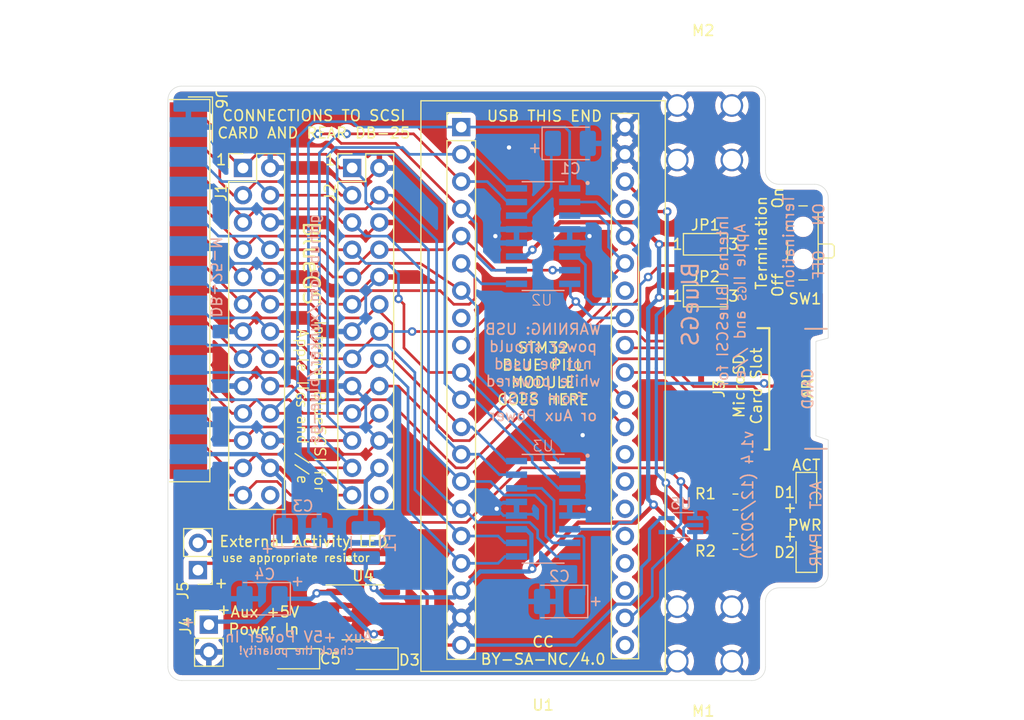
<source format=kicad_pcb>
(kicad_pcb (version 20211014) (generator pcbnew)
  (layers (0 "F.Cu" signal) (31 "B.Cu" signal) (34 "B.Paste" user) (35 "F.Paste" user) (36 "B.SilkS" user "B.Silkscreen") (37 "F.SilkS" user "F.Silkscreen") (38 "B.Mask" user) (39 "F.Mask" user) (44 "Edge.Cuts" user))
  (net 0 "")
  (net 12 "+5V")
  (net 13 "GND")
  (net 14 "/SCSI_DB4")
  (net 15 "/SCSI_DB2")
  (net 16 "/SCSI_DB1")
  (net 17 "/SCSI_DBP")
  (net 18 "/SCSI_SEL")
  (net 19 "/SCSI_ATN")
  (net 20 "/SCSI_C_D")
  (net 21 "/SCSI_DB7")
  (net 22 "/SCSI_DB6")
  (net 23 "/SCSI_DB5")
  (net 24 "/SCSI_DB3")
  (net 25 "/SCSI_DB0")
  (net 26 "/SCSI_BSY")
  (net 27 "/SCSI_ACK")
  (net 28 "/SCSI_RST")
  (net 29 "/SCSI_I_O")
  (net 30 "/SCSI_MSG")
  (net 31 "/SCSI_REQ")
  (net 32 "/SD_MISO")
  (net 33 "/SD_CSK")
  (net 34 "+3V3")
  (net 35 "/SD_MOSI")
  (net 36 "/SD_CS")
  (net 39 "Net-(D2-Pad2)")
  (net 40 "Net-(C1-Pad1)")
  (net 41 "Net-(C2-Pad1)")
  (net 42 "/TERM_DISC")
  (net 43 "Net-(D1-Pad1)")
  (net 44 "/DEBUG_RX")
  (net 45 "/DEBUG_TX")
  (net 46 "/+5V_AUX")
  (net 47 "Net-(C5-Pad1)")
  (net 48 "/TERM_EN")
  (net 49 "/TERM_DIS")
  (net 50 "/DISK_ACT")
  (net 51 "/SCSI_TERMPWR")
  (net 52 "Net-(D1-Pad2)")
  (footprint "my library:YAAJ_BluePill_2" (layer "F.Cu") (at 152.4 50.8)
    (fp_text reference "U1")
    (fp_text value "YAAJ_BluePill" hide)
  )
  (footprint "Button_Switch_SMD:SW_SPDT_PCM12" (layer "F.Cu") (at 183.896 61.595 90)
    (fp_text reference "SW1")
    (fp_text value "SW_SPDT")
  )
  (footprint "Resistor_SMD:R_0805_2012Metric_Pad1.20x1.40mm_HandSolder" (layer "F.Cu") (at 177.927 89.408 180)
    (fp_text reference "R2")
    (fp_text value "1K")
  )
  (footprint "LED_SMD:LED_0805_2012Metric_Pad1.15x1.40mm_HandSolder" (layer "F.Cu") (at 184.531 84.836 -90)
    (fp_text reference "D1")
    (fp_text value "LED")
  )
  (footprint "Jumper:SolderJumper-3_P1.3mm_Open_Pad1.0x1.5mm_NumberLabels" (layer "F.Cu") (at 175.133 66.548)
    (fp_text reference "JP2")
    (fp_text value "Jumper_3_Open")
  )
  (footprint "Jumper:SolderJumper-3_P1.3mm_Open_Pad1.0x1.5mm_NumberLabels" (layer "F.Cu") (at 175.133 61.722)
    (fp_text reference "JP1")
    (fp_text value "Jumper_3_Open")
  )
  (footprint "Resistor_SMD:R_0805_2012Metric_Pad1.20x1.40mm_HandSolder" (layer "F.Cu") (at 177.927 85.725)
    (fp_text reference "R1")
    (fp_text value "100")
  )
  (footprint "Connector_PinHeader_2.54mm:PinHeader_2x13_P2.54mm_Vertical" (layer "F.Cu") (at 132.08 54.61)
    (fp_text reference "J1")
    (fp_text value "Conn_02x13_Odd_Even")
  )
  (footprint "Connector_PinHeader_2.54mm:PinHeader_2x13_P2.54mm_Vertical" (layer "F.Cu") (at 142.24 54.61)
    (fp_text reference "J2")
    (fp_text value "Conn_02x13_Odd_Even")
  )
  (footprint "Connector_PinHeader_2.54mm:PinHeader_1x02_P2.54mm_Vertical" (layer "F.Cu") (at 128.905 97.155)
    (fp_text reference "J4")
    (fp_text value "Conn_01x02_Male")
  )
  (footprint "Connector_PinHeader_2.54mm:PinHeader_1x02_P2.54mm_Vertical" (layer "F.Cu") (at 127.889 92.075 180)
    (fp_text reference "J5")
    (fp_text value "Conn_01x02_Male")
  )
  (footprint "my library:keystone-7774" (layer "F.Cu") (at 180.771 100.561 180)
    (fp_text reference "M1")
    (fp_text value "Screw_Terminal_01x01")
  )
  (footprint "my library:keystone-7774" (layer "F.Cu") (at 180.771 53.871 180)
    (fp_text reference "M2")
    (fp_text value "Screw_Terminal_01x01")
  )
  (footprint "LED_SMD:LED_0805_2012Metric_Pad1.15x1.40mm_HandSolder" (layer "F.Cu") (at 184.531 90.424 90)
    (fp_text reference "D2")
    (fp_text value "LED")
  )
  (footprint "Molex 105162-0001:105162-0001" (layer "F.Cu") (at 174.625 75.184 90)
    (fp_text reference "J3")
    (fp_text value "105162-0001")
  )
  (footprint "Connector_Dsub:DSUB-25_Male_EdgeMount_P2.77mm" (layer "F.Cu") (at 127 66.04 -90)
    (fp_text reference "J6")
    (fp_text value "DB25_Male")
  )
  (footprint "Diode_SMD:D_SOD-123" (layer "F.Cu") (at 144.272 100.33 180)
    (fp_text reference "D3")
    (fp_text value "Zener 5.6v")
  )
  (footprint "Capacitor_Tantalum_SMD:CP_EIA-3216-10_Kemet-I" (layer "F.Cu") (at 136.906 100.33 180)
    (fp_text reference "C5")
    (fp_text value "0.1uF")
  )
  (footprint "Package_SO:SOIC-8_3.9x4.9mm_P1.27mm" (layer "F.Cu") (at 143.256 96.012)
    (fp_text reference "U4")
    (fp_text value "UCC3916")
  )
  (footprint "Capacitor_Tantalum_SMD:CP_EIA-3528-21_Kemet-B_Pad1.50x2.35mm_HandSolder" (layer "B.Cu") (at 162.56 52.324)
    (fp_text reference "C1")
    (fp_text value "2.2uF, 6.3v")
  )
  (footprint "my library:SOIC127P600X175-16N" (layer "B.Cu") (at 160.02 86.36 180)
    (fp_text reference "U3")
    (fp_text value "UC560x, UCC56xx")
  )
  (footprint "Capacitor_Tantalum_SMD:CP_EIA-3528-21_Kemet-B_Pad1.50x2.35mm_HandSolder" (layer "B.Cu") (at 137.567 88.392)
    (fp_text reference "C3")
    (fp_text value "4.7uF, 6.3v")
  )
  (footprint "Capacitor_Tantalum_SMD:CP_EIA-3528-21_Kemet-B_Pad1.50x2.35mm_HandSolder" (layer "B.Cu") (at 161.544 94.996 180)
    (fp_text reference "C2")
    (fp_text value "2.2uF, 6.3v")
  )
  (footprint "my library:SOIC127P600X175-16N" (layer "B.Cu") (at 160.02 60.96 180)
    (fp_text reference "U2")
    (fp_text value "UC560x, UCC56xx")
  )
  (footprint "Fuse:Fuse_1210_3225Metric" (layer "B.Cu") (at 143.51 89.535 90)
    (fp_text reference "F1")
    (fp_text value "Fuse")
  )
  (footprint "Package_TO_SOT_SMD:SOT-353_SC-70-5_Handsoldering" (layer "B.Cu") (at 172.847 87.884 180)
    (fp_text reference "U5")
    (fp_text value "NL17SZ07DFT2G")
  )
  (footprint "Capacitor_Tantalum_SMD:CP_EIA-3528-21_Kemet-B_Pad1.50x2.35mm_HandSolder" (layer "B.Cu") (at 133.858 94.742 180)
    (fp_text reference "C4")
    (fp_text value "1uF")
  )
  (gr_line (start 184.404 69.596) (end 186.436 69.596) (layer "B.SilkS") (width 0.15))
  (gr_line (start 184.404 80.772) (end 186.436 80.772) (layer "B.SilkS") (width 0.15))
  (gr_line (start 184.404 80.772) (end 186.436 80.772) (layer "F.SilkS") (width 0.15))
  (gr_line (start 184.404 69.596) (end 186.436 69.596) (layer "F.SilkS") (width 0.15))
  (gr_line (start 186.563 79.9465) (end 186.563 92.456) (layer "Edge.Cuts") (width 0.05))
  (gr_line (start 125.095 101.092) (end 125.095 48.26) (layer "Edge.Cuts") (width 0.05))
  (gr_line (start 181.991 56.134) (end 185.293 56.134) (layer "Edge.Cuts") (width 0.05))
  (gr_line (start 180.721 94.996) (end 180.721 101.092) (layer "Edge.Cuts") (width 0.05))
  (gr_arc (start 185.293 56.134) (mid 186.191026 56.505974) (end 186.563 57.404) (layer "Edge.Cuts") (width 0.05))
  (gr_arc (start 186.563 92.456) (mid 186.191026 93.354026) (end 185.293 93.726) (layer "Edge.Cuts") (width 0.05))
  (gr_arc (start 181.991 56.134) (mid 181.092974 55.762026) (end 180.721 54.864) (layer "Edge.Cuts") (width 0.05))
  (gr_line (start 180.721 48.26) (end 180.721 54.864) (layer "Edge.Cuts") (width 0.05))
  (gr_arc (start 180.721 94.996) (mid 181.092974 94.097974) (end 181.991 93.726) (layer "Edge.Cuts") (width 0.05))
  (gr_line (start 181.991 93.726) (end 185.293 93.726) (layer "Edge.Cuts") (width 0.05))
  (gr_line (start 126.365 46.99) (end 179.451 46.99) (layer "Edge.Cuts") (width 0.05))
  (gr_line (start 179.451 102.362) (end 126.365 102.362) (layer "Edge.Cuts") (width 0.05))
  (gr_arc (start 126.365 102.362) (mid 125.466974 101.990026) (end 125.095 101.092) (layer "Edge.Cuts") (width 0.05))
  (gr_line (start 185.42 70.7644) (end 185.42 79.5655) (layer "Edge.Cuts") (width 0.05))
  (gr_arc (start 180.721 101.092) (mid 180.349026 101.990026) (end 179.451 102.362) (layer "Edge.Cuts") (width 0.05))
  (gr_arc (start 125.095 48.26) (mid 125.466974 47.361974) (end 126.365 46.99) (layer "Edge.Cuts") (width 0.05))
  (gr_line (start 186.563 57.404) (end 186.563 70.4596) (layer "Edge.Cuts") (width 0.05))
  (gr_line (start 185.42 70.7644) (end 186.563 70.4596) (layer "Edge.Cuts") (width 0.05))
  (gr_arc (start 179.451 46.99) (mid 180.349026 47.361974) (end 180.721 48.26) (layer "Edge.Cuts") (width 0.05))
  (gr_line (start 186.563 79.9465) (end 185.42 79.5655) (layer "Edge.Cuts") (width 0.05))
  (gr_text "ACT" (at 185.42 85.09 90) (layer "B.SilkS") (effects (font (size 1 1)) (justify mirror)))
  (gr_text "PWR" (at 185.42 90.17 90) (layer "B.SilkS") (effects (font (size 1 1)) (justify mirror)))
  (gr_text "ON   OFF" (at 185.674 61.468 90) (layer "B.SilkS") (effects (font (size 1 1)) (justify mirror)))
  (gr_text "github.com/xunker/blue-gs" (at 138.684 69.596 90) (layer "B.SilkS") (effects (font (size 1 1)) (justify mirror)))
  (gr_text "Internal BlueSCSI for\nApple II   and //e" (at 177.546 67.056 90) (layer "B.SilkS") (effects (font (size 1 1)) (justify mirror)))
  (gr_text "+" (at 134.366 90.17 -180) (layer "B.SilkS") (effects (font (size 1 1)) (justify mirror)))
  (gr_text "CARD" (at 184.658 75.184 90) (layer "B.SilkS") (effects (font (size 1 1)) (justify mirror)))
  (gr_text "Termination" (at 182.88 61.468 90) (layer "B.SilkS") (effects (font (size 1 1)) (justify mirror)))
  (gr_text "+" (at 137.16 93.218 -180) (layer "B.SilkS") (effects (font (size 1 1)) (justify mirror)))
  (gr_text "BlueGS" (at 173.736 67.31 90) (layer "B.SilkS") (effects (font (size 1.5 1.5) (thickness 0.2)) (justify mirror)))
  (gr_text "check the polarity!" (at 142.494 99.568) (layer "B.SilkS") (effects (font (size 0.75 0.75) (thickness 0.125)) (justify left mirror)))
  (gr_text "Aux +5V Power In" (at 130.302 98.298) (layer "B.SilkS") (effects (font (size 1 1)) (justify right mirror)))
  (gr_text "DB-25-M" (at 129.54 64.77 270) (layer "B.SilkS") (effects (font (size 1 1)) (justify mirror)))
  (gr_text "+" (at 159.258 52.705) (layer "B.SilkS") (effects (font (size 1 1)) (justify mirror)))
  (gr_text "+" (at 164.846 94.996 90) (layer "B.SilkS") (effects (font (size 1 1)) (justify mirror)))
  (gr_text "+" (at 127 97.028 -180) (layer "B.SilkS") (effects (font (size 1 1)) (justify mirror)))
  (gr_text "GS" (at 178.562 66.294 -270) (layer "B.SilkS") (effects (font (size 0.75 0.75) (thickness 0.125)) (justify mirror)))
  (gr_text "WARNING: USB\npower should\nnot be used\nwhile powered\nfrom SCSI\nor Aux Power" (at 160.02 73.66) (layer "B.SilkS") (effects (font (size 1 1)) (justify mirror)))
  (gr_text "v1.4 (12/2022)" (at 179.07 85.09 90) (layer "B.SilkS") (effects (font (size 1 1)) (justify mirror)))
  (gr_text "Aux +5V\nPower In" (at 137.414 96.774) (layer "F.SilkS") (effects (font (size 1 1)) (justify right)))
  (gr_text "BlueGS" (at 138.43 63.5 270) (layer "F.SilkS") (effects (font (size 1.5 1.5) (thickness 0.2))))
  (gr_text "+" (at 130.048 93.405 180) (layer "F.SilkS") (effects (font (size 1 1))))
  (gr_text "Internal BlueSCSI for\nApple II   and //e\n" (at 138.43 76.835 270) (layer "F.SilkS") (effects (font (size 1 1) (thickness 0.125))))
  (gr_text "PWR" (at 186.055 87.884) (layer "F.SilkS") (effects (font (size 1 1)) (justify right)))
  (gr_text "External Activity LED" (at 129.794 89.408) (layer "F.SilkS") (effects (font (size 1 1)) (justify left)))
  (gr_text "+" (at 183.007 88.9) (layer "F.SilkS") (effects (font (size 1 1))))
  (gr_text "MicroSD\nCard Slot" (at 179.07 74.93 90) (layer "F.SilkS") (effects (font (size 1 1))))
  (gr_text "CARD" (at 184.658 75.184 90) (layer "F.SilkS") (effects (font (size 1 1))))
  (gr_text "CONNECTIONS TO SCSI\nCARD AND REAR DB-25" (at 138.684 50.546) (layer "F.SilkS") (effects (font (size 1 1))))
  (gr_text "On" (at 181.864 57.404 90) (layer "F.SilkS") (effects (font (size 1 1))))
  (gr_text "Termination" (at 180.34 61.595 90) (layer "F.SilkS") (effects (font (size 1 1))))
  (gr_text "STM32\nBLUE PILL\nMODULE\nGOES HERE" (at 160.02 73.787) (layer "F.SilkS") (effects (font (size 1 1))))
  (gr_text "USB THIS END" (at 160.147 49.784) (layer "F.SilkS") (effects (font (size 1 1))))
  (gr_text "CC\nBY-SA-NC/4.0" (at 160.02 99.568) (layer "F.SilkS") (effects (font (size 1 1))))
  (gr_text "use appropriate resistor" (at 130.048 90.932) (layer "F.SilkS") (effects (font (size 0.75 0.75) (thickness 0.125)) (justify left)))
  (gr_text "+" (at 130.302 95.885 180) (layer "F.SilkS") (effects (font (size 1 1))))
  (gr_text "+" (at 183.007 86.233) (layer "F.SilkS") (effects (font (size 1 1))))
  (gr_text "1" (at 130.048 53.848) (layer "F.SilkS") (effects (font (size 1 1))))
  (gr_text "GS" (at 137.414 76.2 270) (layer "F.SilkS") (effects (font (size 0.75 0.75) (thickness 0.125))))
  (gr_text "ACT" (at 185.928 82.296) (layer "F.SilkS") (effects (font (size 1 1)) (justify right)))
  (gr_text "1" (at 140.208 53.848) (layer "F.SilkS") (effects (font (size 1 1))))
  (gr_text "Off" (at 181.864 65.532 90) (layer "F.SilkS") (effects (font (size 1 1))))
  (segment (start 173.736 89.408) (end 170.307 85.979) (width 0.4) (layer "F.Cu") (net 12))
  (segment (start 159.02532 62.233641) (end 161.58796 59.671001) (width 0.4) (layer "F.Cu") (net 12))
  (segment (start 163.301511 87.650489) (end 168.635511 87.650489) (width 0.4) (layer "F.Cu") (net 12))
  (segment (start 159.004 91.948) (end 163.301511 87.650489) (width 0.4) (layer "F.Cu") (net 12))
  (segment (start 144.653 94.107) (end 145.731 94.107) (width 0.4) (layer "F.Cu") (net 12))
  (segment (start 176.927 89.408) (end 173.736 89.408) (width 0.4) (layer "F.Cu") (net 12))
  (segment (start 161.58796 59.671001) (end 168.764001 59.671001) (width 0.4) (layer "F.Cu") (net 12))
  (segment (start 168.764001 59.671001) (end 170.815 61.722) (width 0.4) (layer "F.Cu") (net 12))
  (segment (start 144.272 93.726) (end 144.653 94.107) (width 0.4) (layer "F.Cu") (net 12))
  (segment (start 168.635511 87.650489) (end 170.307 85.979) (width 0.4) (layer "F.Cu") (net 12))
  (segment (start 173.579 66.675) (end 170.814998 66.675) (width 0.4) (layer "F.Cu") (net 12))
  (segment (start 173.833 61.722) (end 170.815 61.722) (width 0.4) (layer "F.Cu") (net 12))
  (segment (start 173.833 66.421) (end 173.579 66.675) (width 0.4) (layer "F.Cu") (net 12))
  (via (at 144.272 93.726) (size 0.8) (drill 0.4) (layers "F.Cu" "B.Cu") (net 12))
  (via (at 170.815 61.722) (size 0.8) (drill 0.4) (layers "F.Cu" "B.Cu") (net 12))
  (via (at 170.307 85.979) (size 0.8) (drill 0.4) (layers "F.Cu" "B.Cu") (net 12))
  (via (at 159.02532 62.233641) (size 0.8) (drill 0.4) (layers "F.Cu" "B.Cu") (net 12))
  (via (at 159.004 91.948) (size 0.8) (drill 0.4) (layers "F.Cu" "B.Cu") (net 12))
  (via (at 170.814998 66.675) (size 0.8) (drill 0.4) (layers "F.Cu" "B.Cu") (net 12))
  (segment (start 158.4265 88.265) (end 157.545 88.265) (width 0.4) (layer "B.Cu") (net 12))
  (segment (start 159.004 91.948) (end 158.929511 91.873511) (width 0.4) (layer "B.Cu") (net 12))
  (segment (start 157.545 62.865) (end 158.393961 62.865) (width 0.4) (layer "B.Cu") (net 12))
  (segment (start 154.178 92.202) (end 152.4 93.98) (width 0.4) (layer "B.Cu") (net 12))
  (segment (start 144.272 93.726) (end 145.161 94.615) (width 0.4) (layer "B.Cu") (net 12))
  (segment (start 151.765 94.615) (end 152.4 93.98) (width 0.4) (layer "B.Cu") (net 12))
  (segment (start 143.51 92.964) (end 143.51 90.935) (width 0.4) (layer "B.Cu") (net 12))
  (segment (start 144.272 93.726) (end 143.51 92.964) (width 0.4) (layer "B.Cu") (net 12))
  (segment (start 169.799 85.471) (end 170.307 85.979) (width 0.4) (layer "B.Cu") (net 12))
  (segment (start 158.393961 62.865) (end 159.02532 62.233641) (width 0.4) (layer "B.Cu") (net 12))
  (segment (start 158.929511 88.768011) (end 158.4265 88.265) (width 0.4) (layer "B.Cu") (net 12))
  (segment (start 170.814998 61.722002) (end 170.815 61.722) (width 0.4) (layer "B.Cu") (net 12))
  (segment (start 158.929511 91.873511) (end 158.929511 88.768011) (width 0.4) (layer "B.Cu") (net 12))
  (segment (start 158.75 92.202) (end 154.178 92.202) (width 0.4) (layer "B.Cu") (net 12))
  (segment (start 145.161 94.615) (end 151.765 94.615) (width 0.4) (layer "B.Cu") (net 12))
  (segment (start 169.799 67.690998) (end 169.799 85.471) (width 0.4) (layer "B.Cu") (net 12))
  (segment (start 170.814998 66.675) (end 170.814998 61.722002) (width 0.4) (layer "B.Cu") (net 12))
  (segment (start 170.814998 66.675) (end 169.799 67.690998) (width 0.4) (layer "B.Cu") (net 12))
  (segment (start 159.004 91.948) (end 158.75 92.202) (width 0.4) (layer "B.Cu") (net 12))
  (segment (start 134.62 64.77) (end 138.938 64.77) (width 0.25) (layer "F.Cu") (net 13))
  (segment (start 143.002 66.04) (end 144.272 64.77) (width 0.25) (layer "F.Cu") (net 13))
  (segment (start 138.938 64.77) (end 140.208 66.04) (width 0.25) (layer "F.Cu") (net 13))
  (segment (start 140.208 66.04) (end 143.002 66.04) (width 0.25) (layer "F.Cu") (net 13))
  (segment (start 144.272 64.77) (end 144.78 64.77) (width 0.25) (layer "F.Cu") (net 13))
  (segment (start 134.62 54.61) (end 139.954 54.61) (width 0.25) (layer "F.Cu") (net 13))
  (segment (start 139.954 54.61) (end 141.224 55.88) (width 0.25) (layer "F.Cu") (net 13))
  (segment (start 141.224 55.88) (end 143.51 55.88) (width 0.25) (layer "F.Cu") (net 13))
  (segment (start 143.51 55.88) (end 144.78 54.61) (width 0.25) (layer "F.Cu") (net 13))
  (segment (start 132.08 69.85) (end 133.35 68.58) (width 0.25) (layer "F.Cu") (net 13))
  (segment (start 138.176 68.58) (end 139.446 69.85) (width 0.25) (layer "F.Cu") (net 13))
  (segment (start 133.35 68.58) (end 138.176 68.58) (width 0.25) (layer "F.Cu") (net 13))
  (segment (start 139.446 69.85) (end 142.24 69.85) (width 0.25) (layer "F.Cu") (net 13))
  (segment (start 142.24 74.93) (end 138.176 74.93) (width 0.25) (layer "F.Cu") (net 13))
  (segment (start 138.176 74.93) (end 136.906 73.66) (width 0.25) (layer "F.Cu") (net 13))
  (segment (start 136.906 73.66) (end 133.35 73.66) (width 0.25) (layer "F.Cu") (net 13))
  (segment (start 133.35 73.66) (end 132.08 74.93) (width 0.25) (layer "F.Cu") (net 13))
  (segment (start 134.62 80.01) (end 135.636 80.01) (width 0.25) (layer "F.Cu") (net 13))
  (segment (start 135.636 80.01) (end 136.906 81.28) (width 0.25) (layer "F.Cu") (net 13))
  (segment (start 136.906 81.28) (end 143.51 81.28) (width 0.25) (layer "F.Cu") (net 13))
  (segment (start 143.51 81.28) (end 144.78 80.01) (width 0.25) (layer "F.Cu") (net 13))
  (segment (start 134.62 59.69) (end 139.954 59.69) (width 0.25) (layer "F.Cu") (net 13))
  (segment (start 141.224 60.96) (end 143.51 60.96) (width 0.25) (layer "F.Cu") (net 13))
  (segment (start 139.954 59.69) (end 141.224 60.96) (width 0.25) (layer "F.Cu") (net 13))
  (segment (start 143.51 60.96) (end 144.78 59.69) (width 0.25) (layer "F.Cu") (net 13))
  (segment (start 131.445 69.85) (end 130.175 68.58) (width 0.25) (layer "F.Cu") (net 13))
  (segment (start 130.175 68.58) (end 130.175 67.31) (width 0.25) (layer "F.Cu") (net 13))
  (segment (start 130.175 67.31) (end 128.905 66.04) (width 0.25) (layer "F.Cu") (net 13))
  (segment (start 132.08 69.85) (end 131.445 69.85) (width 0.25) (layer "F.Cu") (net 13))
  (segment (start 128.905 66.04) (end 127 66.04) (width 0.25) (layer "F.Cu") (net 13))
  (via (at 164.338 86.36) (size 0.8) (drill 0.4) (layers "F.Cu" "B.Cu") (net 13))
  (via (at 156.845 52.705) (size 0.8) (drill 0.4) (layers "F.Cu" "B.Cu") (net 13))
  (via (at 164.338 60.96) (size 0.8) (drill 0.4) (layers "F.Cu" "B.Cu") (net 13))
  (via (at 155.575 60.96) (size 0.8) (drill 0.4) (layers "F.Cu" "B.Cu") (net 13))
  (via (at 155.702 86.36) (size 0.8) (drill 0.4) (layers "F.Cu" "B.Cu") (net 13))
  (via (at 163.703 79.502) (size 0.8) (drill 0.4) (layers "F.Cu" "B.Cu") (net 13))
  (segment (start 142.24 74.93) (end 143.51 76.2) (width 0.25) (layer "B.Cu") (net 13))
  (segment (start 143.51 76.2) (end 143.51 78.74) (width 0.25) (layer "B.Cu") (net 13))
  (segment (start 143.51 78.74) (end 144.78 80.01) (width 0.25) (layer "B.Cu") (net 13))
  (segment (start 144.78 64.77) (end 143.51 66.04) (width 0.25) (layer "B.Cu") (net 13))
  (segment (start 143.51 66.04) (end 143.51 68.58) (width 0.25) (layer "B.Cu") (net 13))
  (segment (start 134.62 80.01) (end 133.35 78.74) (width 0.25) (layer "B.Cu") (net 13))
  (segment (start 143.51 68.58) (end 143.4465 68.6435) (width 0.25) (layer "B.Cu") (net 13))
  (segment (start 157.545 60.325) (end 162.495 60.325) (width 0.25) (layer "B.Cu") (net 13))
  (segment (start 130.175 78.74) (end 129.94 78.505) (width 0.25) (layer "B.Cu") (net 13))
  (segment (start 129.54 62.23) (end 127.345 62.23) (width 0.25) (layer "B.Cu") (net 13))
  (segment (start 127.345 62.23) (end 127 61.885) (width 0.25) (layer "B.Cu") (net 13))
  (segment (start 130.175 58.42) (end 130.175 57.15) (width 0.25) (layer "B.Cu") (net 13))
  (segment (start 134.62 59.69) (end 133.35 58.42) (width 0.25) (layer "B.Cu") (net 13))
  (segment (start 156.337 85.725) (end 157.545 85.725) (width 0.25) (layer "B.Cu") (net 13))
  (segment (start 156.337 86.995) (end 157.545 86.995) (width 0.25) (layer "B.Cu") (net 13))
  (segment (start 143.4465 68.6435) (end 142.24 69.85) (width 0.25) (layer "B.Cu") (net 13))
  (segment (start 133.35 78.74) (end 130.175 78.74) (width 0.25) (layer "B.Cu") (net 13))
  (segment (start 134.62 64.77) (end 133.35 63.5) (width 0.25) (layer "B.Cu") (net 13))
  (segment (start 130.175 57.15) (end 129.37 56.345) (width 0.25) (layer "B.Cu") (net 13))
  (segment (start 157.545 85.725) (end 157.545 86.995) (width 0.25) (layer "B.Cu") (net 13))
  (segment (start 155.702 86.36) (end 156.337 85.725) (width 0.25) (layer "B.Cu") (net 13))
  (segment (start 129.37 56.345) (end 127 56.345) (width 0.25) (layer "B.Cu") (net 13))
  (segment (start 130.81 63.5) (end 129.54 62.23) (width 0.25) (layer "B.Cu") (net 13))
  (segment (start 174.197 93.745) (end 172.461 95.481) (width 0.25) (layer "B.Cu") (net 13))
  (segment (start 133.35 63.5) (end 130.81 63.5) (width 0.25) (layer "B.Cu") (net 13))
  (segment (start 129.94 78.505) (end 127 78.505) (width 0.25) (layer "B.Cu") (net 13))
  (segment (start 133.35 58.42) (end 130.175 58.42) (width 0.25) (layer "B.Cu") (net 13))
  (segment (start 174.197 88.58) (end 174.197 93.745) (width 0.25) (layer "B.Cu") (net 13))
  (segment (start 155.702 86.36) (end 156.337 86.995) (width 0.25) (layer "B.Cu") (net 13))
  (segment (start 134.62 77.47) (end 136.144 77.47) (width 0.25) (layer "F.Cu") (net 14))
  (segment (start 136.144 77.47) (end 137.414 78.74) (width 0.25) (layer "F.Cu") (net 14))
  (segment (start 137.414 78.74) (end 143.51 78.74) (width 0.25) (layer "F.Cu") (net 14))
  (segment (start 143.51 78.74) (end 144.78 77.47) (width 0.25) (layer "F.Cu") (net 14))
  (segment (start 142.77975 50.8) (end 152.4 50.8) (width 0.25) (layer "B.Cu") (net 14))
  (segment (start 127.465 76.2) (end 133.35 76.2) (width 0.25) (layer "B.Cu") (net 14))
  (segment (start 134.62 77.47) (end 137.16 74.93) (width 0.25) (layer "B.Cu") (net 14))
  (segment (start 152.4 50.8) (end 162.052 50.8) (width 0.25) (layer "B.Cu") (net 14))
  (segment (start 138.626998 50.292) (end 142.27175 50.292) (width 0.25) (layer "B.Cu") (net 14))
  (segment (start 162.495 51.243) (end 162.495 56.515) (width 0.25) (layer "B.Cu") (net 14))
  (segment (start 137.16 74.93) (end 137.16 51.758998) (width 0.25) (layer "B.Cu") (net 14))
  (segment (start 127 75.735) (end 127.465 76.2) (width 0.25) (layer "B.Cu") (net 14))
  (segment (start 162.052 50.8) (end 162.495 51.243) (width 0.25) (layer "B.Cu") (net 14))
  (segment (start 133.35 76.2) (end 134.62 77.47) (width 0.25) (layer "B.Cu") (net 14))
  (segment (start 137.16 51.758998) (end 138.626998 50.292) (width 0.25) (layer "B.Cu") (net 14))
  (segment (start 142.27175 50.292) (end 142.77975 50.8) (width 0.25) (layer "B.Cu") (net 14))
  (segment (start 136.62025 74.93) (end 137.89025 76.2) (width 0.25) (layer "F.Cu") (net 15))
  (segment (start 144.272 74.93) (end 144.78 74.93) (width 0.25) (layer "F.Cu") (net 15))
  (segment (start 137.89025 76.2) (end 143.002 76.2) (width 0.25) (layer "F.Cu") (net 15))
  (segment (start 134.62 74.93) (end 136.62025 74.93) (width 0.25) (layer "F.Cu") (net 15))
  (segment (start 143.002 76.2) (end 144.272 74.93) (width 0.25) (layer "F.Cu") (net 15))
  (segment (start 166.116 67.056) (end 166.116 65.024) (width 0.25) (layer "F.Cu") (net 15))
  (segment (start 151.638 80.01) (end 153.162 80.01) (width 0.25) (layer "F.Cu") (net 15))
  (segment (start 144.78 74.93) (end 146.558 74.93) (width 0.25) (layer "F.Cu") (net 15))
  (segment (start 166.116 65.024) (end 167.64 63.5) (width 0.25) (layer "F.Cu") (net 15))
  (segment (start 146.558 74.93) (end 151.638 80.01) (width 0.25) (layer "F.Cu") (net 15))
  (segment (start 153.162 80.01) (end 166.116 67.056) (width 0.25) (layer "F.Cu") (net 15))
  (segment (start 166.116 59.944) (end 166.116 61.976) (width 0.25) (layer "B.Cu") (net 15))
  (segment (start 127 72.965) (end 127.695 73.66) (width 0.25) (layer "B.Cu") (net 15))
  (segment (start 162.495 59.055) (end 165.227 59.055) (width 0.25) (layer "B.Cu") (net 15))
  (segment (start 133.35 73.66) (end 134.62 74.93) (width 0.25) (layer "B.Cu") (net 15))
  (segment (start 165.227 59.055) (end 166.116 59.944) (width 0.25) (layer "B.Cu") (net 15))
  (segment (start 166.116 61.976) (end 167.64 63.5) (width 0.25) (layer "B.Cu") (net 15))
  (segment (start 127.695 73.66) (end 133.35 73.66) (width 0.25) (layer "B.Cu") (net 15))
  (segment (start 137.16 72.39) (end 138.43 73.66) (width 0.25) (layer "F.Cu") (net 16))
  (segment (start 138.43 73.66) (end 143.51 73.66) (width 0.25) (layer "F.Cu") (net 16))
  (segment (start 134.62 72.39) (end 137.16 72.39) (width 0.25) (layer "F.Cu") (net 16))
  (segment (start 143.51 73.66) (end 144.78 72.39) (width 0.25) (layer "F.Cu") (net 16))
  (segment (start 144.78 72.39) (end 147.447 75.057) (width 0.25) (layer "B.Cu") (net 16))
  (segment (start 156.464 90.805) (end 157.545 90.805) (width 0.25) (layer "B.Cu") (net 16))
  (segment (start 147.447 86.487) (end 152.4 91.44) (width 0.25) (layer "B.Cu") (net 16))
  (segment (start 152.4 91.44) (end 155.829 91.44) (width 0.25) (layer "B.Cu") (net 16))
  (segment (start 128.778 71.12) (end 133.35 71.12) (width 0.25) (layer "B.Cu") (net 16))
  (segment (start 147.447 75.057) (end 147.447 86.487) (width 0.25) (layer "B.Cu") (net 16))
  (segment (start 133.35 71.12) (end 134.62 72.39) (width 0.25) (layer "B.Cu") (net 16))
  (segment (start 127 70.195) (end 127.853 70.195) (width 0.25) (layer "B.Cu") (net 16))
  (segment (start 127.853 70.195) (end 128.778 71.12) (width 0.25) (layer "B.Cu") (net 16))
  (segment (start 155.829 91.44) (end 156.464 90.805) (width 0.25) (layer "B.Cu") (net 16))
  (segment (start 143.51 71.12) (end 144.78 69.85) (width 0.25) (layer "F.Cu") (net 17))
  (segment (start 134.62 69.85) (end 137.922 69.85) (width 0.25) (layer "F.Cu") (net 17))
  (segment (start 137.922 69.85) (end 139.192 71.12) (width 0.25) (layer "F.Cu") (net 17))
  (segment (start 139.192 71.12) (end 143.51 71.12) (width 0.25) (layer "F.Cu") (net 17))
  (segment (start 162.306 67.818) (end 163.068 67.056) (width 0.25) (layer "F.Cu") (net 17))
  (segment (start 147.828 69.85) (end 153.416 69.85) (width 0.25) (layer "F.Cu") (net 17))
  (segment (start 153.416 69.85) (end 155.448 67.818) (width 0.25) (layer "F.Cu") (net 17))
  (segment (start 155.448 67.818) (end 162.306 67.818) (width 0.25) (layer "F.Cu") (net 17))
  (via (at 163.068 67.056) (size 0.8) (drill 0.4) (layers "F.Cu" "B.Cu") (net 17))
  (via (at 147.828 69.85) (size 0.8) (drill 0.4) (layers "F.Cu" "B.Cu") (net 17))
  (segment (start 129.038 68.58) (end 133.35 68.58) (width 0.25) (layer "B.Cu") (net 17))
  (segment (start 127.883 67.425) (end 129.038 68.58) (width 0.25) (layer "B.Cu") (net 17))
  (segment (start 163.068 67.056) (end 164.592 68.58) (width 0.25) (layer "B.Cu") (net 17))
  (segment (start 163.068 67.056) (end 162.56 66.548) (width 0.25) (layer "B.Cu") (net 17))
  (segment (start 127 67.425) (end 127.883 67.425) (width 0.25) (layer "B.Cu") (net 17))
  (segment (start 147.828 69.85) (end 144.78 69.85) (width 0.25) (layer "B.Cu") (net 17))
  (segment (start 133.35 68.58) (end 134.62 69.85) (width 0.25) (layer "B.Cu") (net 17))
  (segment (start 164.592 68.58) (end 167.64 68.58) (width 0.25) (layer "B.Cu") (net 17))
  (segment (start 162.56 66.548) (end 162.56 65.532) (width 0.25) (layer "B.Cu") (net 17))
  (segment (start 134.62 67.31) (end 138.43 67.31) (width 0.25) (layer "F.Cu") (net 18))
  (segment (start 138.43 67.31) (end 139.7 68.58) (width 0.25) (layer "F.Cu") (net 18))
  (segment (start 139.7 68.58) (end 143.51 68.58) (width 0.25) (layer "F.Cu") (net 18))
  (segment (start 143.51 68.58) (end 144.78 67.31) (width 0.25) (layer "F.Cu") (net 18))
  (segment (start 144.78 67.31) (end 144.78 67.945) (width 0.25) (layer "F.Cu") (net 18))
  (segment (start 146.05 72.39) (end 152.4 78.74) (width 0.25) (layer "F.Cu") (net 18))
  (segment (start 144.78 67.945) (end 146.05 69.215) (width 0.25) (layer "F.Cu") (net 18))
  (segment (start 146.05 69.215) (end 146.05 72.39) (width 0.25) (layer "F.Cu") (net 18))
  (segment (start 153.385 78.74) (end 156.56 81.915) (width 0.25) (layer "B.Cu") (net 18))
  (segment (start 156.56 81.915) (end 157.545 81.915) (width 0.25) (layer "B.Cu") (net 18))
  (segment (start 127.901 64.655) (end 129.286 66.04) (width 0.25) (layer "B.Cu") (net 18))
  (segment (start 133.35 66.04) (end 134.62 67.31) (width 0.25) (layer "B.Cu") (net 18))
  (segment (start 129.286 66.04) (end 133.35 66.04) (width 0.25) (layer "B.Cu") (net 18))
  (segment (start 152.4 78.74) (end 153.385 78.74) (width 0.25) (layer "B.Cu") (net 18))
  (segment (start 127 64.655) (end 127.901 64.655) (width 0.25) (layer "B.Cu") (net 18))
  (segment (start 144.14359 62.23) (end 144.78 62.23) (width 0.25) (layer "F.Cu") (net 19))
  (segment (start 140.716 63.5) (end 142.87359 63.5) (width 0.25) (layer "F.Cu") (net 19))
  (segment (start 134.62 62.23) (end 139.446 62.23) (width 0.25) (layer "F.Cu") (net 19))
  (segment (start 139.446 62.23) (end 140.716 63.5) (width 0.25) (layer "F.Cu") (net 19))
  (segment (start 142.87359 63.5) (end 144.14359 62.23) (width 0.25) (layer "F.Cu") (net 19))
  (segment (start 144.78 62.23) (end 151.13 62.23) (width 0.25) (layer "F.Cu") (net 19))
  (segment (start 152.4 60.96) (end 155.575 64.135) (width 0.25) (layer "F.Cu") (net 19))
  (segment (start 155.575 64.135) (end 160.909 64.135) (width 0.25) (layer "F.Cu") (net 19))
  (segment (start 151.13 62.23) (end 152.4 60.96) (width 0.25) (layer "F.Cu") (net 19))
  (via (at 160.909 64.135) (size 0.8) (drill 0.4) (layers "F.Cu" "B.Cu") (net 19))
  (segment (start 162.495 64.135) (end 160.909 64.135) (width 0.25) (layer "B.Cu") (net 19))
  (segment (start 133.35 60.96) (end 134.62 62.23) (width 0.25) (layer "B.Cu") (net 19))
  (segment (start 127 59.115) (end 127.949 59.115) (width 0.25) (layer "B.Cu") (net 19))
  (segment (start 127.949 59.115) (end 129.794 60.96) (width 0.25) (layer "B.Cu") (net 19))
  (segment (start 129.794 60.96) (end 133.35 60.96) (width 0.25) (layer "B.Cu") (net 19))
  (segment (start 134.62 57.15) (end 139.954 57.15) (width 0.25) (layer "F.Cu") (net 20))
  (segment (start 139.954 57.15) (end 141.224 58.42) (width 0.25) (layer "F.Cu") (net 20))
  (segment (start 141.224 58.42) (end 143.51 58.42) (width 0.25) (layer "F.Cu") (net 20))
  (segment (start 143.51 58.42) (end 144.78 57.15) (width 0.25) (layer "F.Cu") (net 20))
  (segment (start 133.35 55.88) (end 134.62 57.15) (width 0.25) (layer "B.Cu") (net 20))
  (segment (start 145.923 57.15) (end 150.114 61.341) (width 0.25) (layer "B.Cu") (net 20))
  (segment (start 154.051 81.28) (end 155.956 83.185) (width 0.25) (layer "B.Cu") (net 20))
  (segment (start 127.816666 53.575) (end 130.121666 55.88) (width 0.25) (layer "B.Cu") (net 20))
  (segment (start 155.956 83.185) (end 157.545 83.185) (width 0.25) (layer "B.Cu") (net 20))
  (segment (start 130.121666 55.88) (end 133.35 55.88) (width 0.25) (layer "B.Cu") (net 20))
  (segment (start 144.78 57.15) (end 145.923 57.15) (width 0.25) (layer "B.Cu") (net 20))
  (segment (start 150.114 61.341) (end 150.114 78.994) (width 0.25) (layer "B.Cu") (net 20))
  (segment (start 152.4 81.28) (end 154.051 81.28) (width 0.25) (layer "B.Cu") (net 20))
  (segment (start 127 53.575) (end 127.816666 53.575) (width 0.25) (layer "B.Cu") (net 20))
  (segment (start 150.114 78.994) (end 152.4 81.28) (width 0.25) (layer "B.Cu") (net 20))
  (segment (start 136.525 85.09) (end 142.24 85.09) (width 0.25) (layer "F.Cu") (net 21))
  (segment (start 132.08 85.09) (end 133.35 83.82) (width 0.25) (layer "F.Cu") (net 21))
  (segment (start 146.304 52.324) (end 152.4 58.42) (width 0.25) (layer "F.Cu") (net 21))
  (segment (start 140.335 51.435) (end 141.224 52.324) (width 0.25) (layer "F.Cu") (net 21))
  (segment (start 130.175 85.09) (end 132.08 85.09) (width 0.25) (layer "F.Cu") (net 21))
  (segment (start 135.255 83.82) (end 136.525 85.09) (width 0.25) (layer "F.Cu") (net 21))
  (segment (start 127 82.66) (end 127.745 82.66) (width 0.25) (layer "F.Cu") (net 21))
  (segment (start 133.35 83.82) (end 135.255 83.82) (width 0.25) (layer "F.Cu") (net 21))
  (segment (start 141.224 52.324) (end 146.304 52.324) (width 0.25) (layer "F.Cu") (net 21))
  (segment (start 139.065 51.435) (end 140.335 51.435) (width 0.25) (layer "F.Cu") (net 21))
  (segment (start 127.745 82.66) (end 130.175 85.09) (width 0.25) (layer "F.Cu") (net 21))
  (via (at 139.065 51.435) (size 0.8) (drill 0.4) (layers "F.Cu" "B.Cu") (net 21))
  (segment (start 138.176 81.026) (end 142.24 85.09) (width 0.25) (layer "B.Cu") (net 21))
  (segment (start 152.4 58.42) (end 153.797 59.817) (width 0.25) (layer "B.Cu") (net 21))
  (segment (start 155.2067 64.135) (end 157.545 64.135) (width 0.25) (layer "B.Cu") (net 21))
  (segment (start 138.176 52.324) (end 138.176 81.026) (width 0.25) (layer "B.Cu") (net 21))
  (segment (start 139.065 51.435) (end 138.176 52.324) (width 0.25) (layer "B.Cu") (net 21))
  (segment (start 153.797 59.817) (end 153.797 62.7253) (width 0.25) (layer "B.Cu") (net 21))
  (segment (start 153.797 62.7253) (end 155.2067 64.135) (width 0.25) (layer "B.Cu") (net 21))
  (segment (start 133.35 81.28) (end 135.763 81.28) (width 0.25) (layer "F.Cu") (net 22))
  (segment (start 130.556 82.55) (end 132.08 82.55) (width 0.25) (layer "F.Cu") (net 22))
  (segment (start 127 79.89) (end 127.896 79.89) (width 0.25) (layer "F.Cu") (net 22))
  (segment (start 132.08 82.55) (end 133.35 81.28) (width 0.25) (layer "F.Cu") (net 22))
  (segment (start 141.732 51.435) (end 147.955 51.435) (width 0.25) (layer "F.Cu") (net 22))
  (segment (start 137.033 82.55) (end 142.24 82.55) (width 0.25) (layer "F.Cu") (net 22))
  (segment (start 135.763 81.28) (end 137.033 82.55) (width 0.25) (layer "F.Cu") (net 22))
  (segment (start 127.896 79.89) (end 130.556 82.55) (width 0.25) (layer "F.Cu") (net 22))
  (segment (start 147.955 51.435) (end 152.4 55.88) (width 0.25) (layer "F.Cu") (net 22))
  (via (at 141.732 51.435) (size 0.8) (drill 0.4) (layers "F.Cu" "B.Cu") (net 22))
  (segment (start 141.732 51.435) (end 140.97 51.435) (width 0.25) (layer "B.Cu") (net 22))
  (segment (start 139.192 79.502) (end 142.24 82.55) (width 0.25) (layer "B.Cu") (net 22))
  (segment (start 154.813 55.88) (end 156.718 57.785) (width 0.25) (layer "B.Cu") (net 22))
  (segment (start 152.4 55.88) (end 154.813 55.88) (width 0.25) (layer "B.Cu") (net 22))
  (segment (start 140.97 51.435) (end 139.192 53.213) (width 0.25) (layer "B.Cu") (net 22))
  (segment (start 139.192 53.213) (end 139.192 79.502) (width 0.25) (layer "B.Cu") (net 22))
  (segment (start 156.718 57.785) (end 157.545 57.785) (width 0.25) (layer "B.Cu") (net 22))
  (segment (start 132.08 80.01) (end 133.35 78.74) (width 0.25) (layer "F.Cu") (net 23))
  (segment (start 133.35 78.74) (end 135.89 78.74) (width 0.25) (layer "F.Cu") (net 23))
  (segment (start 137.16 80.01) (end 142.24 80.01) (width 0.25) (layer "F.Cu") (net 23))
  (segment (start 135.89 78.74) (end 137.16 80.01) (width 0.25) (layer "F.Cu") (net 23))
  (segment (start 127 77.12) (end 127.92 77.12) (width 0.25) (layer "F.Cu") (net 23))
  (segment (start 127.92 77.12) (end 130.81 80.01) (width 0.25) (layer "F.Cu") (net 23))
  (segment (start 130.81 80.01) (end 132.08 80.01) (width 0.25) (layer "F.Cu") (net 23))
  (segment (start 139.954 53.467) (end 140.716 52.705) (width 0.25) (layer "B.Cu") (net 23))
  (segment (start 140.716 52.705) (end 146.939 52.705) (width 0.25) (layer "B.Cu") (net 23))
  (segment (start 139.954 77.724) (end 139.954 53.467) (width 0.25) (layer "B.Cu") (net 23))
  (segment (start 142.24 80.01) (end 139.954 77.724) (width 0.25) (layer "B.Cu") (net 23))
  (segment (start 156.718 56.515) (end 157.545 56.515) (width 0.25) (layer "B.Cu") (net 23))
  (segment (start 146.939 52.705) (end 147.574 53.34) (width 0.25) (layer "B.Cu") (net 23))
  (segment (start 153.543 53.34) (end 156.718 56.515) (width 0.25) (layer "B.Cu") (net 23))
  (segment (start 152.4 53.34) (end 153.543 53.34) (width 0.25) (layer "B.Cu") (net 23))
  (segment (start 147.574 53.34) (end 152.4 53.34) (width 0.25) (layer "B.Cu") (net 23))
  (segment (start 132.08 77.47) (end 133.35 76.2) (width 0.25) (layer "F.Cu") (net 24))
  (segment (start 136.398 76.2) (end 137.668 77.47) (width 0.25) (layer "F.Cu") (net 24))
  (segment (start 133.35 76.2) (end 136.398 76.2) (width 0.25) (layer "F.Cu") (net 24))
  (segment (start 137.668 77.47) (end 142.24 77.47) (width 0.25) (layer "F.Cu") (net 24))
  (segment (start 132.08 77.47) (end 131.064 77.47) (width 0.25) (layer "F.Cu") (net 24))
  (segment (start 142.24 77.47) (end 142.767499 77.47) (width 0.25) (layer "F.Cu") (net 24))
  (segment (start 168.91 62.23) (end 167.64 60.96) (width 0.25) (layer "F.Cu") (net 24))
  (segment (start 168.91 66.802) (end 168.91 62.23) (width 0.25) (layer "F.Cu") (net 24))
  (segment (start 144.037499 76.2) (end 145.542 76.2) (width 0.25) (layer "F.Cu") (net 24))
  (segment (start 152.908 82.55) (end 164.592 70.866) (width 0.25) (layer "F.Cu") (net 24))
  (segment (start 164.592 69.699) (end 166.981 67.31) (width 0.25) (layer "F.Cu") (net 24))
  (segment (start 142.767499 77.47) (end 144.037499 76.2) (width 0.25) (layer "F.Cu") (net 24))
  (segment (start 164.592 70.866) (end 164.592 69.699) (width 0.25) (layer "F.Cu") (net 24))
  (segment (start 151.892 82.55) (end 152.908 82.55) (width 0.25) (layer "F.Cu") (net 24))
  (segment (start 168.402 67.31) (end 168.91 66.802) (width 0.25) (layer "F.Cu") (net 24))
  (segment (start 166.981 67.31) (end 168.402 67.31) (width 0.25) (layer "F.Cu") (net 24))
  (segment (start 131.064 77.47) (end 127.944 74.35) (width 0.25) (layer "F.Cu") (net 24))
  (segment (start 127.944 74.35) (end 127 74.35) (width 0.25) (layer "F.Cu") (net 24))
  (segment (start 145.542 76.2) (end 151.892 82.55) (width 0.25) (layer "F.Cu") (net 24))
  (segment (start 167.64 60.452) (end 167.64 60.96) (width 0.25) (layer "B.Cu") (net 24))
  (segment (start 164.973 57.785) (end 167.64 60.452) (width 0.25) (layer "B.Cu") (net 24))
  (segment (start 162.495 57.785) (end 164.973 57.785) (width 0.25) (layer "B.Cu") (net 24))
  (segment (start 132.08 72.39) (end 133.35 71.12) (width 0.25) (layer "F.Cu") (net 25))
  (segment (start 133.35 71.12) (end 137.58792 71.12) (width 0.25) (layer "F.Cu") (net 25))
  (segment (start 137.58792 71.12) (end 138.85792 72.39) (width 0.25) (layer "F.Cu") (net 25))
  (segment (start 138.85792 72.39) (end 142.24 72.39) (width 0.25) (layer "F.Cu") (net 25))
  (segment (start 128.5 68.81) (end 127 68.81) (width 0.25) (layer "F.Cu") (net 25))
  (segment (start 132.08 72.39) (end 128.5 68.81) (width 0.25) (layer "F.Cu") (net 25))
  (segment (start 155.829 88.9) (end 156.464 89.535) (width 0.25) (layer "B.Cu") (net 25))
  (segment (start 148.082 73.66) (end 148.082 84.582) (width 0.25) (layer "B.Cu") (net 25))
  (segment (start 143.51 71.12) (end 145.542 71.12) (width 0.25) (layer "B.Cu") (net 25))
  (segment (start 145.542 71.12) (end 148.082 73.66) (width 0.25) (layer "B.Cu") (net 25))
  (segment (start 148.082 84.582) (end 152.4 88.9) (width 0.25) (layer "B.Cu") (net 25))
  (segment (start 156.464 89.535) (end 157.545 89.535) (width 0.25) (layer "B.Cu") (net 25))
  (segment (start 142.24 72.39) (end 143.51 71.12) (width 0.25) (layer "B.Cu") (net 25))
  (segment (start 152.4 88.9) (end 155.829 88.9) (width 0.25) (layer "B.Cu") (net 25))
  (segment (start 132.08 67.31) (end 133.35 66.04) (width 0.25) (layer "F.Cu") (net 26))
  (segment (start 133.35 66.04) (end 138.684 66.04) (width 0.25) (layer "F.Cu") (net 26))
  (segment (start 139.954 67.31) (end 142.24 67.31) (width 0.25) (layer "F.Cu") (net 26))
  (segment (start 138.684 66.04) (end 139.954 67.31) (width 0.25) (layer "F.Cu") (net 26))
  (segment (start 151.7015 67.31) (end 153.142501 67.31) (width 0.25) (layer "F.Cu") (net 26))
  (segment (start 142.757749 67.31) (end 144.027749 66.04) (width 0.25) (layer "F.Cu") (net 26))
  (segment (start 153.67 66.782501) (end 153.67 64.77) (width 0.25) (layer "F.Cu") (net 26))
  (segment (start 142.24 67.31) (end 142.757749 67.31) (width 0.25) (layer "F.Cu") (net 26))
  (segment (start 128.04 63.27) (end 132.08 67.31) (width 0.25) (layer "F.Cu") (net 26))
  (segment (start 144.027749 66.04) (end 150.4315 66.04) (width 0.25) (layer "F.Cu") (net 26))
  (segment (start 153.67 64.77) (end 152.4 63.5) (width 0.25) (layer "F.Cu") (net 26))
  (segment (start 127 63.27) (end 128.04 63.27) (width 0.25) (layer "F.Cu") (net 26))
  (segment (start 150.4315 66.04) (end 151.7015 67.31) (width 0.25) (layer "F.Cu") (net 26))
  (segment (start 153.142501 67.31) (end 153.67 66.782501) (width 0.25) (layer "F.Cu") (net 26))
  (segment (start 154.305 65.405) (end 152.4 63.5) (width 0.25) (layer "B.Cu") (net 26))
  (segment (start 157.545 65.405) (end 154.305 65.405) (width 0.25) (layer "B.Cu") (net 26))
  (segment (start 132.08 64.77) (end 133.35 63.5) (width 0.25) (layer "F.Cu") (net 27))
  (segment (start 133.35 63.5) (end 139.192 63.5) (width 0.25) (layer "F.Cu") (net 27))
  (segment (start 140.462 64.77) (end 142.24 64.77) (width 0.25) (layer "F.Cu") (net 27))
  (segment (start 139.192 63.5) (end 140.462 64.77) (width 0.25) (layer "F.Cu") (net 27))
  (segment (start 146.05 63.5) (end 148.59 63.5) (width 0.25) (layer "F.Cu") (net 27))
  (segment (start 144.018 63.5) (end 146.05 63.5) (width 0.25) (layer "F.Cu") (net 27))
  (segment (start 148.59 63.5) (end 152.4 66.04) (width 0.25) (layer "F.Cu") (net 27))
  (segment (start 132.08 64.763334) (end 132.08 64.77) (width 0.25) (layer "F.Cu") (net 27))
  (segment (start 127 60.5) (end 127.816666 60.5) (width 0.25) (layer "F.Cu") (net 27))
  (segment (start 142.748 64.77) (end 144.018 63.5) (width 0.25) (layer "F.Cu") (net 27))
  (segment (start 142.24 64.77) (end 142.748 64.77) (width 0.25) (layer "F.Cu") (net 27))
  (segment (start 127.816666 60.5) (end 132.08 64.763334) (width 0.25) (layer "F.Cu") (net 27))
  (segment (start 152.4 66.04) (end 153.924 67.564) (width 0.25) (layer "B.Cu") (net 27))
  (segment (start 161.036 81.534) (end 161.417 81.915) (width 0.25) (layer "B.Cu") (net 27))
  (segment (start 153.924 73.914) (end 161.036 81.026) (width 0.25) (layer "B.Cu") (net 27))
  (segment (start 161.417 81.915) (end 162.495 81.915) (width 0.25) (layer "B.Cu") (net 27))
  (segment (start 161.036 81.026) (end 161.036 81.534) (width 0.25) (layer "B.Cu") (net 27))
  (segment (start 153.924 67.564) (end 153.924 73.914) (width 0.25) (layer "B.Cu") (net 27))
  (segment (start 132.08 62.23) (end 133.35 60.96) (width 0.25) (layer "F.Cu") (net 28))
  (segment (start 133.35 60.96) (end 139.683949 60.96) (width 0.25) (layer "F.Cu") (net 28))
  (segment (start 139.683949 60.96) (end 140.953949 62.23) (width 0.25) (layer "F.Cu") (net 28))
  (segment (start 140.953949 62.23) (end 142.24 62.23) (width 0.25) (layer "F.Cu") (net 28))
  (segment (start 147.066 67.31) (end 147.066 71.374) (width 0.25) (layer "F.Cu") (net 28))
  (segment (start 132.08 61.993334) (end 132.08 62.23) (width 0.25) (layer "F.Cu") (net 28))
  (segment (start 127.816666 57.73) (end 132.08 61.993334) (width 0.25) (layer "F.Cu") (net 28))
  (segment (start 127 57.73) (end 127.816666 57.73) (width 0.25) (layer "F.Cu") (net 28))
  (segment (start 149.352 73.66) (end 152.4 73.66) (width 0.25) (layer "F.Cu") (net 28))
  (segment (start 147.066 71.374) (end 149.352 73.66) (width 0.25) (layer "F.Cu") (net 28))
  (segment (start 146.558 66.802) (end 147.066 67.31) (width 0.25) (layer "F.Cu") (net 28))
  (via (at 146.558 66.802) (size 0.8) (drill 0.4) (layers "F.Cu" "B.Cu") (net 28))
  (segment (start 146.558 64.516) (end 145.542 63.5) (width 0.25) (layer "B.Cu") (net 28))
  (segment (start 146.558 66.802) (end 146.558 64.516) (width 0.25) (layer "B.Cu") (net 28))
  (segment (start 152.4 73.66) (end 160.02 81.28) (width 0.25) (layer "B.Cu") (net 28))
  (segment (start 143.51 63.5) (end 142.24 62.23) (width 0.25) (layer "B.Cu") (net 28))
  (segment (start 160.02 81.788) (end 161.417 83.185) (width 0.25) (layer "B.Cu") (net 28))
  (segment (start 161.417 83.185) (end 162.495 83.185) (width 0.25) (layer "B.Cu") (net 28))
  (segment (start 160.02 81.28) (end 160.02 81.788) (width 0.25) (layer "B.Cu") (net 28))
  (segment (start 145.542 63.5) (end 143.51 63.5) (width 0.25) (layer "B.Cu") (net 28))
  (segment (start 132.08 59.69) (end 133.35 58.42) (width 0.25) (layer "F.Cu") (net 29))
  (segment (start 133.35 58.42) (end 140.07959 58.42) (width 0.25) (layer "F.Cu") (net 29))
  (segment (start 140.07959 58.42) (end 141.34959 59.69) (width 0.25) (layer "F.Cu") (net 29))
  (segment (start 141.34959 59.69) (end 142.24 59.69) (width 0.25) (layer "F.Cu") (net 29))
  (segment (start 127 54.96) (end 127.816666 54.96) (width 0.25) (layer "F.Cu") (net 29))
  (segment (start 132.08 59.223334) (end 132.08 59.69) (width 0.25) (layer "F.Cu") (net 29))
  (segment (start 127.816666 54.96) (end 132.08 59.223334) (width 0.25) (layer "F.Cu") (net 29))
  (segment (start 159.512 89.057) (end 161.26 90.805) (width 0.25) (layer "B.Cu") (net 29))
  (segment (start 143.51 60.96) (end 145.542 60.96) (width 0.25) (layer "B.Cu") (net 29))
  (segment (start 148.717 83.185) (end 151.892 86.36) (width 0.25) (layer "B.Cu") (net 29))
  (segment (start 151.892 86.36) (end 152.4 86.36) (width 0.25) (layer "B.Cu") (net 29))
  (segment (start 152.654 86.36) (end 153.924 87.63) (width 0.25) (layer "B.Cu") (net 29))
  (segment (start 161.26 90.805) (end 162.495 90.805) (width 0.25) (layer "B.Cu") (net 29))
  (segment (start 158.780002 87.63) (end 159.512 88.361998) (width 0.25) (layer "B.Cu") (net 29))
  (segment (start 152.4 86.36) (end 152.654 86.36) (width 0.25) (layer "B.Cu") (net 29))
  (segment (start 142.24 59.69) (end 143.51 60.96) (width 0.25) (layer "B.Cu") (net 29))
  (segment (start 148.717 64.135) (end 148.717 83.185) (width 0.25) (layer "B.Cu") (net 29))
  (segment (start 145.542 60.96) (end 148.717 64.135) (width 0.25) (layer "B.Cu") (net 29))
  (segment (start 153.924 87.63) (end 158.780002 87.63) (width 0.25) (layer "B.Cu") (net 29))
  (segment (start 159.512 88.361998) (end 159.512 89.057) (width 0.25) (layer "B.Cu") (net 29))
  (segment (start 132.08 57.15) (end 133.35 55.88) (width 0.25) (layer "F.Cu") (net 30))
  (segment (start 133.35 55.88) (end 139.95259 55.88) (width 0.25) (layer "F.Cu") (net 30))
  (segment (start 139.95259 55.88) (end 141.22259 57.15) (width 0.25) (layer "F.Cu") (net 30))
  (segment (start 141.22259 57.15) (end 142.24 57.15) (width 0.25) (layer "F.Cu") (net 30))
  (segment (start 129.921 54.229) (end 129.921 55.88) (width 0.25) (layer "F.Cu") (net 30))
  (segment (start 127.882 52.19) (end 129.921 54.229) (width 0.25) (layer "F.Cu") (net 30))
  (segment (start 127 52.19) (end 127.882 52.19) (width 0.25) (layer "F.Cu") (net 30))
  (segment (start 129.921 55.88) (end 131.191 57.15) (width 0.25) (layer "F.Cu") (net 30))
  (segment (start 131.191 57.15) (end 132.08 57.15) (width 0.25) (layer "F.Cu") (net 30))
  (segment (start 150.876 74.676) (end 152.4 76.2) (width 0.25) (layer "B.Cu") (net 30))
  (segment (start 159.004 81.534) (end 159.004 82.026999) (width 0.25) (layer "B.Cu") (net 30))
  (segment (start 150.876 58.039) (end 150.876 74.676) (width 0.25) (layer "B.Cu") (net 30))
  (segment (start 152.4 76.2) (end 153.67 76.2) (width 0.25) (layer "B.Cu") (net 30))
  (segment (start 153.67 76.2) (end 159.004 81.534) (width 0.25) (layer "B.Cu") (net 30))
  (segment (start 140.843 53.721998) (end 141.224998 53.34) (width 0.25) (layer "B.Cu") (net 30))
  (segment (start 146.177 53.34) (end 150.876 58.039) (width 0.25) (layer "B.Cu") (net 30))
  (segment (start 140.843 55.753) (end 140.843 53.721998) (width 0.25) (layer "B.Cu") (net 30))
  (segment (start 141.224998 53.34) (end 146.177 53.34) (width 0.25) (layer "B.Cu") (net 30))
  (segment (start 142.24 57.15) (end 140.843 55.753) (width 0.25) (layer "B.Cu") (net 30))
  (segment (start 161.432001 84.455) (end 162.495 84.455) (width 0.25) (layer "B.Cu") (net 30))
  (segment (start 159.004 82.026999) (end 161.432001 84.455) (width 0.25) (layer "B.Cu") (net 30))
  (segment (start 129.286 51.943) (end 131.953 54.61) (width 0.25) (layer "F.Cu") (net 31))
  (segment (start 129.286 50.8) (end 129.286 51.943) (width 0.25) (layer "F.Cu") (net 31))
  (segment (start 133.35 53.34) (end 139.827 53.34) (width 0.25) (layer "F.Cu") (net 31))
  (segment (start 131.953 54.61) (end 132.08 54.61) (width 0.25) (layer "F.Cu") (net 31))
  (segment (start 141.097 54.61) (end 142.24 54.61) (width 0.25) (layer "F.Cu") (net 31))
  (segment (start 139.827 53.34) (end 141.097 54.61) (width 0.25) (layer "F.Cu") (net 31))
  (segment (start 127.906 49.42) (end 129.286 50.8) (width 0.25) (layer "F.Cu") (net 31))
  (segment (start 132.08 54.61) (end 133.35 53.34) (width 0.25) (layer "F.Cu") (net 31))
  (segment (start 127 49.42) (end 127.906 49.42) (width 0.25) (layer "F.Cu") (net 31))
  (segment (start 156.4005 85.09) (end 159.258 85.09) (width 0.25) (layer "B.Cu") (net 31))
  (segment (start 155.1305 83.82) (end 156.4005 85.09) (width 0.25) (layer "B.Cu") (net 31))
  (segment (start 143.51 57.809) (end 144.121 58.42) (width 0.25) (layer "B.Cu") (net 31))
  (segment (start 160.274 86.106) (end 160.274 88.9) (width 0.25) (layer "B.Cu") (net 31))
  (segment (start 149.352 62.249499) (end 149.352 80.772) (width 0.25) (layer "B.Cu") (net 31))
  (segment (start 149.352 80.772) (end 152.4 83.82) (width 0.25) (layer "B.Cu") (net 31))
  (segment (start 160.274 88.9) (end 160.909 89.535) (width 0.25) (layer "B.Cu") (net 31))
  (segment (start 152.4 83.82) (end 155.1305 83.82) (width 0.25) (layer "B.Cu") (net 31))
  (segment (start 160.909 89.535) (end 162.495 89.535) (width 0.25) (layer "B.Cu") (net 31))
  (segment (start 145.522501 58.42) (end 149.352 62.249499) (width 0.25) (layer "B.Cu") (net 31))
  (segment (start 142.24 54.61) (end 143.51 55.88) (width 0.25) (layer "B.Cu") (net 31))
  (segment (start 143.51 55.88) (end 143.51 57.809) (width 0.25) (layer "B.Cu") (net 31))
  (segment (start 159.258 85.09) (end 160.274 86.106) (width 0.25) (layer "B.Cu") (net 31))
  (segment (start 144.121 58.42) (end 145.522501 58.42) (width 0.25) (layer "B.Cu") (net 31))
  (segment (start 171.704 73.66) (end 167.64 73.66) (width 0.25) (layer "F.Cu") (net 32))
  (segment (start 173.652489 75.608489) (end 171.704 73.66) (width 0.25) (layer "F.Cu") (net 32))
  (segment (start 181.965 78.234) (end 181.61 78.234) (width 0.25) (layer "F.Cu") (net 32))
  (segment (start 181.61 78.234) (end 178.984489 75.608489) (width 0.25) (layer "F.Cu") (net 32))
  (segment (start 178.984489 75.608489) (end 173.652489 75.608489) (width 0.25) (layer "F.Cu") (net 32))
  (segment (start 167.024499 72.39) (end 171.45 72.39) (width 0.25) (layer "F.Cu") (net 33))
  (segment (start 166.37 73.044499) (end 167.024499 72.39) (width 0.25) (layer "F.Cu") (net 33))
  (segment (start 174.037511 74.977511) (end 179.625511 74.977511) (width 0.25) (layer "F.Cu") (net 33))
  (segment (start 167.64 76.2) (end 166.37 74.93) (width 0.25) (layer "F.Cu") (net 33))
  (segment (start 166.37 74.93) (end 166.37 73.044499) (width 0.25) (layer "F.Cu") (net 33))
  (segment (start 179.625511 74.977511) (end 180.682 76.034) (width 0.25) (layer "F.Cu") (net 33))
  (segment (start 171.45 72.39) (end 174.037511 74.977511) (width 0.25) (layer "F.Cu") (net 33))
  (segment (start 180.682 76.034) (end 181.965 76.034) (width 0.25) (layer "F.Cu") (net 33))
  (segment (start 146.304 91.44) (end 149.225 94.361) (width 0.3) (layer "F.Cu") (net 34))
  (segment (start 180.594 74.676) (end 180.852 74.934) (width 0.3) (layer "F.Cu") (net 34))
  (segment (start 173.228 85.725) (end 171.45 83.947) (width 0.3) (layer "F.Cu") (net 34))
  (segment (start 151.13 99.06) (end 152.4 99.06) (width 0.3) (layer "F.Cu") (net 34))
  (segment (start 180.852 74.934) (end 181.965 74.934) (width 0.3) (layer "F.Cu") (net 34))
  (segment (start 128.524 91.44) (end 146.304 91.44) (width 0.3) (layer "F.Cu") (net 34))
  (segment (start 149.225 94.361) (end 149.225 97.155) (width 0.3) (layer "F.Cu") (net 34))
  (segment (start 149.225 97.155) (end 151.13 99.06) (width 0.3) (layer "F.Cu") (net 34))
  (segment (start 167.64 55.88) (end 170.434 58.674) (width 0.3) (layer "F.Cu") (net 34))
  (segment (start 170.434 58.674) (end 171.577 58.674) (width 0.3) (layer "F.Cu") (net 34))
  (segment (start 127.889 92.075) (end 128.524 91.44) (width 0.3) (layer "F.Cu") (net 34))
  (segment (start 176.927 85.725) (end 173.228 85.725) (width 0.3) (layer "F.Cu") (net 34))
  (via (at 171.45 83.947) (size 0.8) (drill 0.4) (layers "F.Cu" "B.Cu") (net 34))
  (via (at 180.594 74.676) (size 0.8) (drill 0.4) (layers "F.Cu" "B.Cu") (net 34))
  (via (at 171.577 58.674) (size 0.8) (drill 0.4) (layers "F.Cu" "B.Cu") (net 34))
  (segment (start 169.926 91.059) (end 169.926 88.265) (width 0.3) (layer "B.Cu") (net 34))
  (segment (start 169.164 91.821) (end 169.926 91.059) (width 0.3) (layer "B.Cu") (net 34))
  (segment (start 152.4 99.06) (end 163.068 99.06) (width 0.3) (layer "B.Cu") (net 34))
  (segment (start 168.148 95.25) (end 169.164 94.234) (width 0.3) (layer "B.Cu") (net 34))
  (segment (start 169.926 88.265) (end 170.942 87.249) (width 0.3) (layer "B.Cu") (net 34))
  (segment (start 169.164 94.234) (end 169.164 91.821) (width 0.3) (layer "B.Cu") (net 34))
  (segment (start 170.561 68.326) (end 170.561 73.279) (width 0.3) (layer "B.Cu") (net 34))
  (segment (start 180.594 74.676) (end 170.561 74.676) (width 0.3) (layer "B.Cu") (net 34))
  (segment (start 166.878 95.25) (end 168.148 95.25) (width 0.3) (layer "B.Cu") (net 34))
  (segment (start 170.561 83.058) (end 170.561 73.279) (width 0.3) (layer "B.Cu") (net 34))
  (segment (start 163.068 99.06) (end 166.878 95.25) (width 0.3) (layer "B.Cu") (net 34))
  (segment (start 171.577 58.674) (end 171.577 67.31) (width 0.3) (layer "B.Cu") (net 34))
  (segment (start 171.45 83.947) (end 170.561 83.058) (width 0.3) (layer "B.Cu") (net 34))
  (segment (start 171.577 67.31) (end 170.561 68.326) (width 0.3) (layer "B.Cu") (net 34))
  (segment (start 171.45 87.249) (end 171.45 83.947) (width 0.3) (layer "B.Cu") (net 34))
  (segment (start 175.133 71.374) (end 177.546 73.787) (width 0.25) (layer "F.Cu") (net 35))
  (segment (start 167.894 71.374) (end 175.133 71.374) (width 0.25) (layer "F.Cu") (net 35))
  (segment (start 167.64 71.12) (end 167.894 71.374) (width 0.25) (layer "F.Cu") (net 35))
  (segment (start 177.546 73.787) (end 181.918 73.787) (width 0.25) (layer "F.Cu") (net 35))
  (segment (start 181.918 73.787) (end 181.965 73.834) (width 0.25) (layer "F.Cu") (net 35))
  (segment (start 167.64 78.74) (end 165.608 76.708) (width 0.25) (layer "F.Cu") (net 36))
  (segment (start 169.545 70.739) (end 175.26 70.739) (width 0.25) (layer "F.Cu") (net 36))
  (segment (start 175.26 70.739) (end 177.255 72.734) (width 0.25) (layer "F.Cu") (net 36))
  (segment (start 165.608 76.708) (end 165.608 71.012499) (width 0.25) (layer "F.Cu") (net 36))
  (segment (start 177.255 72.734) (end 181.965 72.734) (width 0.25) (layer "F.Cu") (net 36))
  (segment (start 165.608 71.012499) (end 166.770499 69.85) (width 0.25) (layer "F.Cu") (net 36))
  (segment (start 166.770499 69.85) (end 168.656 69.85) (width 0.25) (layer "F.Cu") (net 36))
  (segment (start 168.656 69.85) (end 169.545 70.739) (width 0.25) (layer "F.Cu") (net 36))
  (segment (start 178.927 89.408) (end 183.871 89.408) (width 0.25) (layer "F.Cu") (net 39))
  (segment (start 157.545 59.055) (end 158.23 59.055) (width 0.25) (layer "B.Cu") (net 40))
  (segment (start 160.782 54.102) (end 160.782 52.477) (width 0.25) (layer "B.Cu") (net 40))
  (segment (start 160.782 52.477) (end 160.935 52.324) (width 0.25) (layer "B.Cu") (net 40))
  (segment (start 160.782 56.503) (end 160.782 54.102) (width 0.25) (layer "B.Cu") (net 40))
  (segment (start 158.23 59.055) (end 160.782 56.503) (width 0.25) (layer "B.Cu") (net 40))
  (segment (start 163.83 94.335) (end 163.169 94.996) (width 0.25) (layer "B.Cu") (net 41))
  (segment (start 163.663 88.909999) (end 163.83 89.076999) (width 0.25) (layer "B.Cu") (net 41))
  (segment (start 161.299999 88.909999) (end 163.663 88.909999) (width 0.25) (layer "B.Cu") (net 41))
  (segment (start 161.036 88.646) (end 161.299999 88.909999) (width 0.25) (layer "B.Cu") (net 41))
  (segment (start 157.545 84.455) (end 159.893 84.455) (width 0.25) (layer "B.Cu") (net 41))
  (segment (start 159.893 84.455) (end 161.036 85.598) (width 0.25) (layer "B.Cu") (net 41))
  (segment (start 163.83 89.076999) (end 163.83 94.335) (width 0.25) (layer "B.Cu") (net 41))
  (segment (start 161.036 85.598) (end 161.036 88.646) (width 0.25) (layer "B.Cu") (net 41))
  (segment (start 178.5918 63.7032) (end 170.8658 63.7032) (width 0.25) (layer "F.Cu") (net 42))
  (segment (start 182.72 60.845) (end 181.45 60.845) (width 0.25) (layer "F.Cu") (net 42))
  (segment (start 170.8658 63.7032) (end 169.799 64.77) (width 0.25) (layer "F.Cu") (net 42))
  (segment (start 181.45 60.845) (end 178.5918 63.7032) (width 0.25) (layer "F.Cu") (net 42))
  (via (at 169.799 64.77) (size 0.8) (drill 0.4) (layers "F.Cu" "B.Cu") (net 42))
  (segment (start 169.037 65.532) (end 169.037 67.437) (width 0.25) (layer "B.Cu") (net 42))
  (segment (start 163.957 66.675) (end 164.592 67.31) (width 0.25) (layer "B.Cu") (net 42))
  (segment (start 169.799 64.77) (end 169.037 65.532) (width 0.25) (layer "B.Cu") (net 42))
  (segment (start 163.18 62.865) (end 163.957 63.642) (width 0.25) (layer "B.Cu") (net 42))
  (segment (start 166.497 88.265) (end 162.495 88.265) (width 0.25) (layer "B.Cu") (net 42))
  (segment (start 169.037 67.437) (end 169.037 86.824164) (width 0.25) (layer "B.Cu") (net 42))
  (segment (start 169.037 86.824164) (end 168.231164 87.63) (width 0.25) (layer "B.Cu") (net 42))
  (segment (start 162.495 62.865) (end 163.18 62.865) (width 0.25) (layer "B.Cu") (net 42))
  (segment (start 168.91 67.31) (end 169.037 67.437) (width 0.25) (layer "B.Cu") (net 42))
  (segment (start 164.592 67.31) (end 168.91 67.31) (width 0.25) (layer "B.Cu") (net 42))
  (segment (start 167.132 87.63) (end 166.497 88.265) (width 0.25) (layer "B.Cu") (net 42))
  (segment (start 168.231164 87.63) (end 167.132 87.63) (width 0.25) (layer "B.Cu") (net 42))
  (segment (start 163.957 63.642) (end 163.957 66.675) (width 0.25) (layer "B.Cu") (net 42))
  (segment (start 172.847 83.82) (end 171.577 82.55) (width 0.25) (layer "F.Cu") (net 43))
  (segment (start 157.978251 82.55) (end 152.898251 87.63) (width 0.25) (layer "F.Cu") (net 43))
  (segment (start 128.016 89.408) (end 127.889 89.535) (width 0.25) (layer "F.Cu") (net 43))
  (segment (start 171.577 82.55) (end 157.978251 82.55) (width 0.25) (layer "F.Cu") (net 43))
  (segment (start 152.898251 87.63) (end 146.685 87.63) (width 0.25) (layer "F.Cu") (net 43))
  (segment (start 144.907 89.408) (end 128.016 89.408) (width 0.25) (layer "F.Cu") (net 43))
  (segment (start 146.685 87.63) (end 144.907 89.408) (width 0.25) (layer "F.Cu") (net 43))
  (segment (start 183.76 84.582) (end 173.609 84.582) (width 0.25) (layer "F.Cu") (net 43))
  (segment (start 173.609 84.582) (end 172.847 83.82) (width 0.25) (layer "F.Cu") (net 43))
  (segment (start 184.531 83.811) (end 183.76 84.582) (width 0.25) (layer "F.Cu") (net 43))
  (via (at 172.847 83.82) (size 0.8) (drill 0.4) (layers "F.Cu" "B.Cu") (net 43))
  (segment (start 172.847 84.385685) (end 172.847 83.82) (width 0.25) (layer "B.Cu") (net 43))
  (segment (start 172.067 88.534) (end 172.847 87.754) (width 0.25) (layer "B.Cu") (net 43))
  (segment (start 171.517 88.534) (end 172.067 88.534) (width 0.25) (layer "B.Cu") (net 43))
  (segment (start 172.847 87.754) (end 172.847 84.385685) (width 0.25) (layer "B.Cu") (net 43))
  (segment (start 144.399 97.917) (end 145.731 97.917) (width 0.4) (layer "F.Cu") (net 46))
  (segment (start 144.272 98.044) (end 144.399 97.917) (width 0.4) (layer "F.Cu") (net 46))
  (segment (start 139.065 94.107) (end 140.781 94.107) (width 0.4) (layer "F.Cu") (net 46))
  (segment (start 145.542 98.106) (end 145.542 99.95) (width 0.4) (layer "F.Cu") (net 46))
  (segment (start 138.938 94.234) (end 139.065 94.107) (width 0.4) (layer "F.Cu") (net 46))
  (segment (start 145.731 97.917) (end 145.542 98.106) (width 0.4) (layer "F.Cu") (net 46))
  (segment (start 145.542 99.95) (end 145.922 100.33) (width 0.4) (layer "F.Cu") (net 46))
  (via (at 138.938 94.234) (size 0.8) (drill 0.4) (layers "F.Cu" "B.Cu") (net 46))
  (via (at 144.272 98.044) (size 0.8) (drill 0.4) (layers "F.Cu" "B.Cu") (net 46))
  (segment (start 138.938 94.234) (end 140.208 94.234) (width 0.4) (layer "B.Cu") (net 46))
  (segment (start 140.208 94.234) (end 144.018 98.044) (width 0.4) (layer "B.Cu") (net 46))
  (segment (start 144.018 98.044) (end 144.272 98.044) (width 0.4) (layer "B.Cu") (net 46))
  (segment (start 129.439 96.875) (end 133.35 96.875) (width 0.4) (layer "B.Cu") (net 46))
  (segment (start 128.905 97.155) (end 129.159 97.155) (width 0.4) (layer "B.Cu") (net 46))
  (segment (start 129.159 97.155) (end 129.439 96.875) (width 0.4) (layer "B.Cu") (net 46))
  (segment (start 138.938 94.234) (end 138.43 94.742) (width 0.4) (layer "B.Cu") (net 46))
  (segment (start 133.35 96.875) (end 135.483 94.742) (width 0.4) (layer "B.Cu") (net 46))
  (segment (start 138.43 94.742) (end 135.483 94.742) (width 0.4) (layer "B.Cu") (net 46))
  (segment (start 140.781 97.917) (end 140.669 97.917) (width 0.25) (layer "F.Cu") (net 47))
  (segment (start 140.669 97.917) (end 138.256 100.33) (width 0.25) (layer "F.Cu") (net 47))
  (segment (start 175.776201 62.797001) (end 177.774998 62.797001) (width 0.25) (layer "F.Cu") (net 48))
  (segment (start 181.226999 59.345) (end 182.72 59.345) (width 0.25) (layer "F.Cu") (net 48))
  (segment (start 175.133 61.722) (end 175.2854 61.8744) (width 0.25) (layer "F.Cu") (net 48))
  (segment (start 177.774998 62.797001) (end 181.226999 59.345) (width 0.25) (layer "F.Cu") (net 48))
  (segment (start 175.133 62.23) (end 175.26 62.23) (width 0.25) (layer "F.Cu") (net 48))
  (segment (start 175.2854 62.3062) (end 175.776201 62.797001) (width 0.25) (layer "F.Cu") (net 48))
  (segment (start 175.2854 61.8744) (end 175.2854 62.3062) (width 0.25) (layer "F.Cu") (net 48))
  (segment (start 175.768 65.4685) (end 179.5145 65.4685) (width 0.25) (layer "F.Cu") (net 49))
  (segment (start 179.5145 65.4685) (end 181.138 63.845) (width 0.25) (layer "F.Cu") (net 49))
  (segment (start 181.138 63.845) (end 182.72 63.845) (width 0.25) (layer "F.Cu") (net 49))
  (segment (start 175.133 66.1035) (end 175.768 65.4685) (width 0.25) (layer "F.Cu") (net 49))
  (segment (start 175.133 66.421) (end 175.133 66.1035) (width 0.25) (layer "F.Cu") (net 49))
  (segment (start 168.148 96.52) (end 167.64 96.52) (width 0.25) (layer "B.Cu") (net 50))
  (segment (start 170.18 91.948) (end 170.18 94.488) (width 0.25) (layer "B.Cu") (net 50))
  (segment (start 174.177 87.884) (end 173.355 87.884) (width 0.25) (layer "B.Cu") (net 50))
  (segment (start 170.18 94.488) (end 168.148 96.52) (width 0.25) (layer "B.Cu") (net 50))
  (segment (start 173.101 88.138) (end 173.101 89.027) (width 0.25) (layer "B.Cu") (net 50))
  (segment (start 173.355 87.884) (end 173.101 88.138) (width 0.25) (layer "B.Cu") (net 50))
  (segment (start 173.101 89.027) (end 170.18 91.948) (width 0.25) (layer "B.Cu") (net 50))
  (segment (start 135.509 82.55) (end 136.779 83.82) (width 0.4) (layer "F.Cu") (net 51))
  (segment (start 136.779 83.82) (end 143.51 83.82) (width 0.4) (layer "F.Cu") (net 51))
  (segment (start 143.51 83.82) (end 144.78 82.55) (width 0.4) (layer "F.Cu") (net 51))
  (segment (start 134.62 82.55) (end 135.509 82.55) (width 0.4) (layer "F.Cu") (net 51))
  (segment (start 133.345 81.275) (end 134.62 82.55) (width 0.4) (layer "B.Cu") (net 51))
  (segment (start 135.89 83.82) (end 135.89 87.783) (width 0.4) (layer "B.Cu") (net 51))
  (segment (start 143.51 83.82) (end 143.51 88.135) (width 0.4) (layer "B.Cu") (net 51))
  (segment (start 144.78 82.55) (end 143.51 83.82) (width 0.4) (layer "B.Cu") (net 51))
  (segment (start 134.62 82.55) (end 135.89 83.82) (width 0.4) (layer "B.Cu") (net 51))
  (segment (start 127 81.275) (end 133.345 81.275) (width 0.4) (layer "B.Cu") (net 51))
  (segment (start 184.531 85.861) (end 179.063 85.861) (width 0.25) (layer "F.Cu") (net 52))
  (segment (start 179.063 85.861) (end 178.927 85.725) (width 0.25) (layer "F.Cu") (net 52))
  (zone (net 13) (net_name "GND") (layer "F.Cu") (connect_pads (clearance 0.508)) (min_thickness 0.254) (fill yes (thermal_gap 0.508) (thermal_bridge_width 0.508))
    (polygon (pts (xy 186.69 102.87) (xy 121.92 102.87) (xy 121.92 45.72) (xy 186.69 45.72)))
  )
  (zone (net 13) (net_name "GND") (layer "B.Cu") (connect_pads (clearance 0.508)) (min_thickness 0.254) (fill yes (thermal_gap 0.508) (thermal_bridge_width 0.508))
    (polygon (pts (xy 186.69 102.87) (xy 120.65 102.87) (xy 120.65 46.355) (xy 186.69 46.355)))
  )
)
</source>
